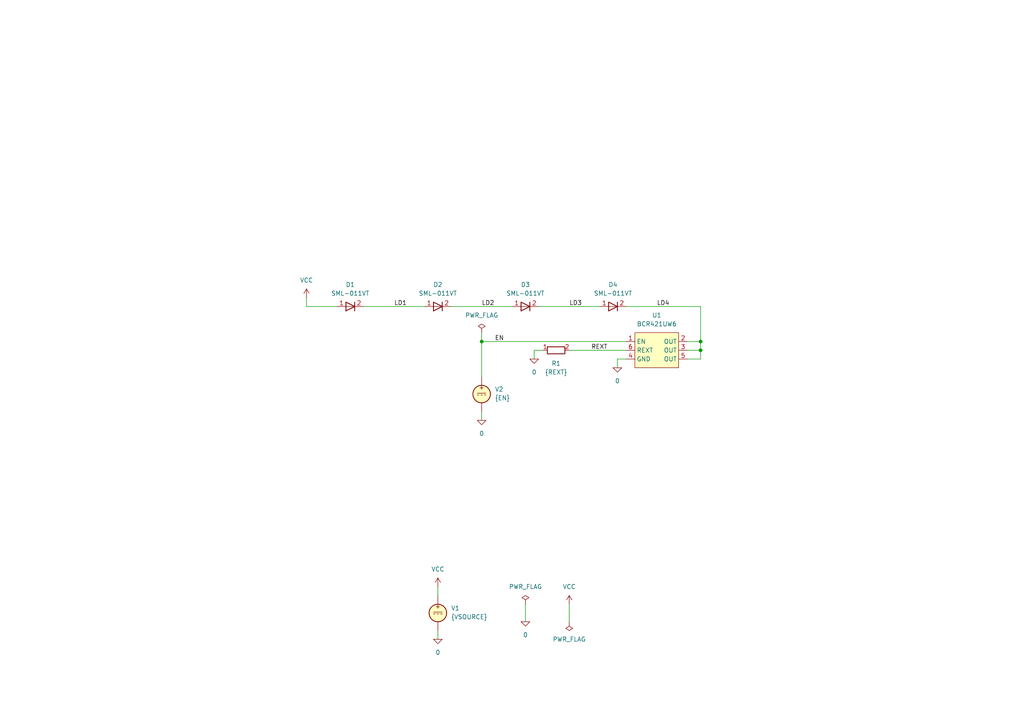
<source format=kicad_sch>
(kicad_sch
	(version 20250114)
	(generator "eeschema")
	(generator_version "9.0")
	(uuid "deaf8180-6dfc-4dc7-91fe-014d2dc4b8f4")
	(paper "A4")
	(title_block
		(title "10mA-350mA. ADJ LINEAR LED CONSTANT CURRENT REGULATOR")
		(date "2025-04-21")
		(rev "1")
		(company "astroelectronic@")
		(comment 4 "AE01003421")
	)
	(lib_symbols
		(symbol "BCR421UW6:0"
			(power)
			(pin_numbers
				(hide yes)
			)
			(pin_names
				(offset 0)
				(hide yes)
			)
			(exclude_from_sim no)
			(in_bom yes)
			(on_board yes)
			(property "Reference" "#GND"
				(at 0 -5.08 0)
				(effects
					(font
						(size 1.27 1.27)
					)
					(hide yes)
				)
			)
			(property "Value" "0"
				(at 0 -2.54 0)
				(effects
					(font
						(size 1.27 1.27)
					)
				)
			)
			(property "Footprint" ""
				(at 0 0 0)
				(effects
					(font
						(size 1.27 1.27)
					)
					(hide yes)
				)
			)
			(property "Datasheet" "https://ngspice.sourceforge.io/docs/ngspice-html-manual/manual.xhtml#subsec_Circuit_elements__device"
				(at 0 -10.16 0)
				(effects
					(font
						(size 1.27 1.27)
					)
					(hide yes)
				)
			)
			(property "Description" "0V reference potential for simulation"
				(at 0 -7.62 0)
				(effects
					(font
						(size 1.27 1.27)
					)
					(hide yes)
				)
			)
			(property "ki_keywords" "simulation"
				(at 0 0 0)
				(effects
					(font
						(size 1.27 1.27)
					)
					(hide yes)
				)
			)
			(symbol "0_0_1"
				(polyline
					(pts
						(xy -1.27 0) (xy 0 -1.27) (xy 1.27 0) (xy -1.27 0)
					)
					(stroke
						(width 0)
						(type default)
					)
					(fill
						(type none)
					)
				)
			)
			(symbol "0_1_1"
				(pin power_in line
					(at 0 0 0)
					(length 0)
					(name "~"
						(effects
							(font
								(size 1.016 1.016)
							)
						)
					)
					(number "1"
						(effects
							(font
								(size 1.016 1.016)
							)
						)
					)
				)
			)
			(embedded_fonts no)
		)
		(symbol "BCR421UW6:BCR421UW6"
			(exclude_from_sim no)
			(in_bom yes)
			(on_board yes)
			(property "Reference" "U"
				(at 0 7.874 0)
				(effects
					(font
						(size 1.27 1.27)
					)
				)
			)
			(property "Value" "BCR421UW6"
				(at 0 6.096 0)
				(effects
					(font
						(size 1.27 1.27)
					)
				)
			)
			(property "Footprint" ""
				(at 0 0 0)
				(effects
					(font
						(size 1.27 1.27)
					)
					(hide yes)
				)
			)
			(property "Datasheet" ""
				(at 0 0 0)
				(effects
					(font
						(size 1.27 1.27)
					)
					(hide yes)
				)
			)
			(property "Description" ""
				(at 0 0 0)
				(effects
					(font
						(size 1.27 1.27)
					)
					(hide yes)
				)
			)
			(symbol "BCR421UW6_1_1"
				(rectangle
					(start -6.35 5.08)
					(end 6.35 -5.08)
					(stroke
						(width 0)
						(type solid)
					)
					(fill
						(type background)
					)
				)
				(pin passive line
					(at -8.89 2.54 0)
					(length 2.54)
					(name "EN"
						(effects
							(font
								(size 1.27 1.27)
							)
						)
					)
					(number "1"
						(effects
							(font
								(size 1.27 1.27)
							)
						)
					)
				)
				(pin passive line
					(at -8.89 0 0)
					(length 2.54)
					(name "REXT"
						(effects
							(font
								(size 1.27 1.27)
							)
						)
					)
					(number "6"
						(effects
							(font
								(size 1.27 1.27)
							)
						)
					)
				)
				(pin passive line
					(at -8.89 -2.54 0)
					(length 2.54)
					(name "GND"
						(effects
							(font
								(size 1.27 1.27)
							)
						)
					)
					(number "4"
						(effects
							(font
								(size 1.27 1.27)
							)
						)
					)
				)
				(pin passive line
					(at 8.89 2.54 180)
					(length 2.54)
					(name "OUT"
						(effects
							(font
								(size 1.27 1.27)
							)
						)
					)
					(number "2"
						(effects
							(font
								(size 1.27 1.27)
							)
						)
					)
				)
				(pin passive line
					(at 8.89 0 180)
					(length 2.54)
					(name "OUT"
						(effects
							(font
								(size 1.27 1.27)
							)
						)
					)
					(number "3"
						(effects
							(font
								(size 1.27 1.27)
							)
						)
					)
				)
				(pin passive line
					(at 8.89 -2.54 180)
					(length 2.54)
					(name "OUT"
						(effects
							(font
								(size 1.27 1.27)
							)
						)
					)
					(number "5"
						(effects
							(font
								(size 1.27 1.27)
							)
						)
					)
				)
			)
			(embedded_fonts no)
		)
		(symbol "BCR421UW6:PWR_FLAG"
			(power)
			(pin_numbers
				(hide yes)
			)
			(pin_names
				(offset 0)
				(hide yes)
			)
			(exclude_from_sim no)
			(in_bom yes)
			(on_board yes)
			(property "Reference" "#FLG"
				(at 0 1.905 0)
				(effects
					(font
						(size 1.27 1.27)
					)
					(hide yes)
				)
			)
			(property "Value" "PWR_FLAG"
				(at 0 3.81 0)
				(effects
					(font
						(size 1.27 1.27)
					)
				)
			)
			(property "Footprint" ""
				(at 0 0 0)
				(effects
					(font
						(size 1.27 1.27)
					)
					(hide yes)
				)
			)
			(property "Datasheet" "~"
				(at 0 0 0)
				(effects
					(font
						(size 1.27 1.27)
					)
					(hide yes)
				)
			)
			(property "Description" "Special symbol for telling ERC where power comes from"
				(at 0 0 0)
				(effects
					(font
						(size 1.27 1.27)
					)
					(hide yes)
				)
			)
			(property "ki_keywords" "flag power"
				(at 0 0 0)
				(effects
					(font
						(size 1.27 1.27)
					)
					(hide yes)
				)
			)
			(symbol "PWR_FLAG_0_0"
				(pin power_out line
					(at 0 0 90)
					(length 0)
					(name "~"
						(effects
							(font
								(size 1.27 1.27)
							)
						)
					)
					(number "1"
						(effects
							(font
								(size 1.27 1.27)
							)
						)
					)
				)
			)
			(symbol "PWR_FLAG_0_1"
				(polyline
					(pts
						(xy 0 0) (xy 0 1.27) (xy -1.016 1.905) (xy 0 2.54) (xy 1.016 1.905) (xy 0 1.27)
					)
					(stroke
						(width 0)
						(type default)
					)
					(fill
						(type none)
					)
				)
			)
			(embedded_fonts no)
		)
		(symbol "BCR421UW6:R"
			(pin_names
				(offset 0)
				(hide yes)
			)
			(exclude_from_sim no)
			(in_bom yes)
			(on_board yes)
			(property "Reference" "R"
				(at 2.032 0 90)
				(effects
					(font
						(size 1.27 1.27)
					)
				)
			)
			(property "Value" "R"
				(at 0 0 90)
				(effects
					(font
						(size 1.27 1.27)
					)
				)
			)
			(property "Footprint" ""
				(at -1.778 0 90)
				(effects
					(font
						(size 1.27 1.27)
					)
					(hide yes)
				)
			)
			(property "Datasheet" "~"
				(at 0 0 0)
				(effects
					(font
						(size 1.27 1.27)
					)
					(hide yes)
				)
			)
			(property "Description" "Resistor"
				(at 0 0 0)
				(effects
					(font
						(size 1.27 1.27)
					)
					(hide yes)
				)
			)
			(property "ki_keywords" "R res resistor"
				(at 0 0 0)
				(effects
					(font
						(size 1.27 1.27)
					)
					(hide yes)
				)
			)
			(property "ki_fp_filters" "R_*"
				(at 0 0 0)
				(effects
					(font
						(size 1.27 1.27)
					)
					(hide yes)
				)
			)
			(symbol "R_0_1"
				(rectangle
					(start -1.016 -2.54)
					(end 1.016 2.54)
					(stroke
						(width 0.254)
						(type default)
					)
					(fill
						(type none)
					)
				)
			)
			(symbol "R_1_1"
				(pin passive line
					(at 0 3.81 270)
					(length 1.27)
					(name "~"
						(effects
							(font
								(size 1.27 1.27)
							)
						)
					)
					(number "1"
						(effects
							(font
								(size 1.27 1.27)
							)
						)
					)
				)
				(pin passive line
					(at 0 -3.81 90)
					(length 1.27)
					(name "~"
						(effects
							(font
								(size 1.27 1.27)
							)
						)
					)
					(number "2"
						(effects
							(font
								(size 1.27 1.27)
							)
						)
					)
				)
			)
			(embedded_fonts no)
		)
		(symbol "BCR421UW6:SML-011VT"
			(pin_names
				(offset 1.016)
				(hide yes)
			)
			(exclude_from_sim no)
			(in_bom yes)
			(on_board yes)
			(property "Reference" "D"
				(at 0 2.54 0)
				(effects
					(font
						(size 1.27 1.27)
					)
				)
			)
			(property "Value" "SML-011VT"
				(at 0 -2.54 0)
				(effects
					(font
						(size 1.27 1.27)
					)
				)
			)
			(property "Footprint" ""
				(at 0 0 0)
				(effects
					(font
						(size 1.27 1.27)
					)
					(hide yes)
				)
			)
			(property "Datasheet" "~"
				(at 0 0 0)
				(effects
					(font
						(size 1.27 1.27)
					)
					(hide yes)
				)
			)
			(property "Description" ""
				(at 0 0 0)
				(effects
					(font
						(size 1.27 1.27)
					)
					(hide yes)
				)
			)
			(property "ki_keywords" "simulation"
				(at 0 0 0)
				(effects
					(font
						(size 1.27 1.27)
					)
					(hide yes)
				)
			)
			(property "ki_fp_filters" "TO-???* *_Diode_* *SingleDiode* D_*"
				(at 0 0 0)
				(effects
					(font
						(size 1.27 1.27)
					)
					(hide yes)
				)
			)
			(symbol "SML-011VT_0_1"
				(polyline
					(pts
						(xy -1.27 1.27) (xy -1.27 -1.27)
					)
					(stroke
						(width 0.254)
						(type default)
					)
					(fill
						(type none)
					)
				)
				(polyline
					(pts
						(xy 1.27 1.27) (xy 1.27 -1.27) (xy -1.27 0) (xy 1.27 1.27)
					)
					(stroke
						(width 0.254)
						(type default)
					)
					(fill
						(type none)
					)
				)
				(polyline
					(pts
						(xy 1.27 0) (xy -1.27 0)
					)
					(stroke
						(width 0)
						(type default)
					)
					(fill
						(type none)
					)
				)
			)
			(symbol "SML-011VT_1_1"
				(pin passive line
					(at -3.81 0 0)
					(length 2.54)
					(name "K"
						(effects
							(font
								(size 1.27 1.27)
							)
						)
					)
					(number "2"
						(effects
							(font
								(size 1.27 1.27)
							)
						)
					)
				)
				(pin passive line
					(at 3.81 0 180)
					(length 2.54)
					(name "A"
						(effects
							(font
								(size 1.27 1.27)
							)
						)
					)
					(number "1"
						(effects
							(font
								(size 1.27 1.27)
							)
						)
					)
				)
			)
			(embedded_fonts no)
		)
		(symbol "BCR421UW6:VCC"
			(power)
			(pin_numbers
				(hide yes)
			)
			(pin_names
				(offset 0)
				(hide yes)
			)
			(exclude_from_sim no)
			(in_bom yes)
			(on_board yes)
			(property "Reference" "#PWR"
				(at 0 -3.81 0)
				(effects
					(font
						(size 1.27 1.27)
					)
					(hide yes)
				)
			)
			(property "Value" "VCC"
				(at 0 3.556 0)
				(effects
					(font
						(size 1.27 1.27)
					)
				)
			)
			(property "Footprint" ""
				(at 0 0 0)
				(effects
					(font
						(size 1.27 1.27)
					)
					(hide yes)
				)
			)
			(property "Datasheet" ""
				(at 0 0 0)
				(effects
					(font
						(size 1.27 1.27)
					)
					(hide yes)
				)
			)
			(property "Description" "Power symbol creates a global label with name \"VCC\""
				(at 0 0 0)
				(effects
					(font
						(size 1.27 1.27)
					)
					(hide yes)
				)
			)
			(property "ki_keywords" "global power"
				(at 0 0 0)
				(effects
					(font
						(size 1.27 1.27)
					)
					(hide yes)
				)
			)
			(symbol "VCC_0_1"
				(polyline
					(pts
						(xy -0.762 1.27) (xy 0 2.54)
					)
					(stroke
						(width 0)
						(type default)
					)
					(fill
						(type none)
					)
				)
				(polyline
					(pts
						(xy 0 2.54) (xy 0.762 1.27)
					)
					(stroke
						(width 0)
						(type default)
					)
					(fill
						(type none)
					)
				)
				(polyline
					(pts
						(xy 0 0) (xy 0 2.54)
					)
					(stroke
						(width 0)
						(type default)
					)
					(fill
						(type none)
					)
				)
			)
			(symbol "VCC_1_1"
				(pin power_in line
					(at 0 0 90)
					(length 0)
					(name "~"
						(effects
							(font
								(size 1.27 1.27)
							)
						)
					)
					(number "1"
						(effects
							(font
								(size 1.27 1.27)
							)
						)
					)
				)
			)
			(embedded_fonts no)
		)
		(symbol "BCR421UW6:VDC"
			(pin_numbers
				(hide yes)
			)
			(pin_names
				(offset 0.0254)
			)
			(exclude_from_sim no)
			(in_bom yes)
			(on_board yes)
			(property "Reference" "V"
				(at 2.54 2.54 0)
				(effects
					(font
						(size 1.27 1.27)
					)
					(justify left)
				)
			)
			(property "Value" "1"
				(at 2.54 0 0)
				(effects
					(font
						(size 1.27 1.27)
					)
					(justify left)
				)
			)
			(property "Footprint" ""
				(at 0 0 0)
				(effects
					(font
						(size 1.27 1.27)
					)
					(hide yes)
				)
			)
			(property "Datasheet" "https://ngspice.sourceforge.io/docs/ngspice-html-manual/manual.xhtml#sec_Independent_Sources_for"
				(at 0 0 0)
				(effects
					(font
						(size 1.27 1.27)
					)
					(hide yes)
				)
			)
			(property "Description" "Voltage source, DC"
				(at 0 0 0)
				(effects
					(font
						(size 1.27 1.27)
					)
					(hide yes)
				)
			)
			(property "Sim.Pins" "1=+ 2=-"
				(at 0 0 0)
				(effects
					(font
						(size 1.27 1.27)
					)
					(hide yes)
				)
			)
			(property "Sim.Type" "DC"
				(at 0 0 0)
				(effects
					(font
						(size 1.27 1.27)
					)
					(hide yes)
				)
			)
			(property "Sim.Device" "V"
				(at 0 0 0)
				(effects
					(font
						(size 1.27 1.27)
					)
					(justify left)
					(hide yes)
				)
			)
			(property "ki_keywords" "simulation"
				(at 0 0 0)
				(effects
					(font
						(size 1.27 1.27)
					)
					(hide yes)
				)
			)
			(symbol "VDC_0_0"
				(polyline
					(pts
						(xy -1.27 0.254) (xy 1.27 0.254)
					)
					(stroke
						(width 0)
						(type default)
					)
					(fill
						(type none)
					)
				)
				(polyline
					(pts
						(xy -0.762 -0.254) (xy -1.27 -0.254)
					)
					(stroke
						(width 0)
						(type default)
					)
					(fill
						(type none)
					)
				)
				(polyline
					(pts
						(xy 0.254 -0.254) (xy -0.254 -0.254)
					)
					(stroke
						(width 0)
						(type default)
					)
					(fill
						(type none)
					)
				)
				(polyline
					(pts
						(xy 1.27 -0.254) (xy 0.762 -0.254)
					)
					(stroke
						(width 0)
						(type default)
					)
					(fill
						(type none)
					)
				)
				(text "+"
					(at 0 1.905 0)
					(effects
						(font
							(size 1.27 1.27)
						)
					)
				)
			)
			(symbol "VDC_0_1"
				(circle
					(center 0 0)
					(radius 2.54)
					(stroke
						(width 0.254)
						(type default)
					)
					(fill
						(type background)
					)
				)
			)
			(symbol "VDC_1_1"
				(pin passive line
					(at 0 5.08 270)
					(length 2.54)
					(name "~"
						(effects
							(font
								(size 1.27 1.27)
							)
						)
					)
					(number "1"
						(effects
							(font
								(size 1.27 1.27)
							)
						)
					)
				)
				(pin passive line
					(at 0 -5.08 90)
					(length 2.54)
					(name "~"
						(effects
							(font
								(size 1.27 1.27)
							)
						)
					)
					(number "2"
						(effects
							(font
								(size 1.27 1.27)
							)
						)
					)
				)
			)
			(embedded_fonts no)
		)
	)
	(junction
		(at 203.2 101.6)
		(diameter 0)
		(color 0 0 0 0)
		(uuid "05dd1299-b6e4-4029-a9c5-c5abf2ccc0be")
	)
	(junction
		(at 203.2 99.06)
		(diameter 0)
		(color 0 0 0 0)
		(uuid "63db204b-8c34-4f99-a650-7dca69195dec")
	)
	(junction
		(at 139.7 99.06)
		(diameter 0)
		(color 0 0 0 0)
		(uuid "aa3b8100-2fa5-422c-aab6-6703ecceb0cd")
	)
	(wire
		(pts
			(xy 105.41 88.9) (xy 123.19 88.9)
		)
		(stroke
			(width 0)
			(type default)
		)
		(uuid "0045ae00-be29-4f8c-b763-3d913c5ee56b")
	)
	(wire
		(pts
			(xy 154.94 101.6) (xy 154.94 104.14)
		)
		(stroke
			(width 0)
			(type default)
		)
		(uuid "0d1b15e2-2e6a-4a43-8e57-0bf04e0894bd")
	)
	(wire
		(pts
			(xy 97.79 88.9) (xy 88.9 88.9)
		)
		(stroke
			(width 0)
			(type default)
		)
		(uuid "11c5f196-65d5-4536-93de-998303a66b68")
	)
	(wire
		(pts
			(xy 181.61 88.9) (xy 203.2 88.9)
		)
		(stroke
			(width 0)
			(type default)
		)
		(uuid "19a14faa-9304-472b-bf84-f30f40526cbb")
	)
	(wire
		(pts
			(xy 139.7 99.06) (xy 181.61 99.06)
		)
		(stroke
			(width 0)
			(type default)
		)
		(uuid "19ac6d1f-09c8-476c-b4dd-7cd25421cb7f")
	)
	(wire
		(pts
			(xy 165.1 175.26) (xy 165.1 180.34)
		)
		(stroke
			(width 0)
			(type default)
		)
		(uuid "5ddf2b08-dd6f-4b13-b5e6-59ae9ab557fd")
	)
	(wire
		(pts
			(xy 157.48 101.6) (xy 154.94 101.6)
		)
		(stroke
			(width 0)
			(type default)
		)
		(uuid "6a14b02d-1968-4f46-bde6-1cb13687b77c")
	)
	(wire
		(pts
			(xy 199.39 99.06) (xy 203.2 99.06)
		)
		(stroke
			(width 0)
			(type default)
		)
		(uuid "7114506d-0872-4856-b465-26a0517c72f1")
	)
	(wire
		(pts
			(xy 127 170.18) (xy 127 172.72)
		)
		(stroke
			(width 0)
			(type default)
		)
		(uuid "7e5f4f58-a61e-4a9c-9b86-9e5365fa8424")
	)
	(wire
		(pts
			(xy 88.9 86.36) (xy 88.9 88.9)
		)
		(stroke
			(width 0)
			(type default)
		)
		(uuid "818f433e-1f23-417c-b71f-2c3d61141b81")
	)
	(wire
		(pts
			(xy 152.4 175.26) (xy 152.4 180.34)
		)
		(stroke
			(width 0)
			(type default)
		)
		(uuid "84634e00-f19d-425e-b23e-0dbd21fdadb6")
	)
	(wire
		(pts
			(xy 165.1 101.6) (xy 181.61 101.6)
		)
		(stroke
			(width 0)
			(type default)
		)
		(uuid "8fa7a4f6-6aeb-4eed-b25e-8f3f0dd86edd")
	)
	(wire
		(pts
			(xy 181.61 104.14) (xy 179.07 104.14)
		)
		(stroke
			(width 0)
			(type default)
		)
		(uuid "9a7aea48-d316-4f4c-b1cf-dae2d3b550e8")
	)
	(wire
		(pts
			(xy 179.07 104.14) (xy 179.07 106.68)
		)
		(stroke
			(width 0)
			(type default)
		)
		(uuid "9ac4a7a1-40f9-404e-b747-c2813a62ceae")
	)
	(wire
		(pts
			(xy 199.39 101.6) (xy 203.2 101.6)
		)
		(stroke
			(width 0)
			(type default)
		)
		(uuid "adb07e87-f205-4d10-aba4-ffd090b6aeec")
	)
	(wire
		(pts
			(xy 127 182.88) (xy 127 185.42)
		)
		(stroke
			(width 0)
			(type default)
		)
		(uuid "b1dc1240-8261-4e75-9e9f-ecc0b1441cda")
	)
	(wire
		(pts
			(xy 139.7 119.38) (xy 139.7 121.92)
		)
		(stroke
			(width 0)
			(type default)
		)
		(uuid "b6e778e8-5797-47e7-9082-8a038bbdd0db")
	)
	(wire
		(pts
			(xy 139.7 96.52) (xy 139.7 99.06)
		)
		(stroke
			(width 0)
			(type default)
		)
		(uuid "b7144f71-554c-4db1-89b5-427c58be4750")
	)
	(wire
		(pts
			(xy 203.2 104.14) (xy 203.2 101.6)
		)
		(stroke
			(width 0)
			(type default)
		)
		(uuid "cdbd3cb0-439e-4312-928e-091267ffc005")
	)
	(wire
		(pts
			(xy 139.7 99.06) (xy 139.7 109.22)
		)
		(stroke
			(width 0)
			(type default)
		)
		(uuid "ceedca44-65b8-42fa-9423-b0ccfe51a2a0")
	)
	(wire
		(pts
			(xy 130.81 88.9) (xy 148.59 88.9)
		)
		(stroke
			(width 0)
			(type default)
		)
		(uuid "d9154603-d6ea-4c88-9a74-3d13bc0b8f09")
	)
	(wire
		(pts
			(xy 203.2 101.6) (xy 203.2 99.06)
		)
		(stroke
			(width 0)
			(type default)
		)
		(uuid "e1230c8d-0745-45bd-b995-b94dc8371a7b")
	)
	(wire
		(pts
			(xy 199.39 104.14) (xy 203.2 104.14)
		)
		(stroke
			(width 0)
			(type default)
		)
		(uuid "e4aac80a-d285-4860-b8f7-361bad426f05")
	)
	(wire
		(pts
			(xy 156.21 88.9) (xy 173.99 88.9)
		)
		(stroke
			(width 0)
			(type default)
		)
		(uuid "ed8d5672-14d2-4fa0-a0fc-25002a2fdf7d")
	)
	(wire
		(pts
			(xy 203.2 99.06) (xy 203.2 88.9)
		)
		(stroke
			(width 0)
			(type default)
		)
		(uuid "f17ca2b4-7c39-48c8-a483-03d698905705")
	)
	(label "EN"
		(at 143.51 99.06 0)
		(effects
			(font
				(size 1.27 1.27)
			)
			(justify left bottom)
		)
		(uuid "14a13fa4-50c1-4765-b345-9591f2ed41c6")
	)
	(label "REXT"
		(at 171.45 101.6 0)
		(effects
			(font
				(size 1.27 1.27)
			)
			(justify left bottom)
		)
		(uuid "79ae42c4-54c0-4280-a709-e279040f271b")
	)
	(label "LD4"
		(at 190.5 88.9 0)
		(effects
			(font
				(size 1.27 1.27)
			)
			(justify left bottom)
		)
		(uuid "807c38ab-575a-4835-9339-16661e1e6bbc")
	)
	(label "LD1"
		(at 114.3 88.9 0)
		(effects
			(font
				(size 1.27 1.27)
			)
			(justify left bottom)
		)
		(uuid "9e32c34c-9a8d-41ca-8cd5-10de514d2e7c")
	)
	(label "LD2"
		(at 139.7 88.9 0)
		(effects
			(font
				(size 1.27 1.27)
			)
			(justify left bottom)
		)
		(uuid "aa88023b-4a05-450e-9f69-971f2d9de7fd")
	)
	(label "LD3"
		(at 165.1 88.9 0)
		(effects
			(font
				(size 1.27 1.27)
			)
			(justify left bottom)
		)
		(uuid "f553e671-6c65-40f6-a811-63680fed282b")
	)
	(symbol
		(lib_id "BCR421UW6:SML-011VT")
		(at 101.6 88.9 180)
		(unit 1)
		(exclude_from_sim no)
		(in_bom yes)
		(on_board yes)
		(dnp no)
		(fields_autoplaced yes)
		(uuid "102ea5fc-8713-4cc6-9aad-b286529b475c")
		(property "Reference" "D1"
			(at 101.6 82.55 0)
			(effects
				(font
					(size 1.27 1.27)
				)
			)
		)
		(property "Value" "SML-011VT"
			(at 101.6 85.09 0)
			(effects
				(font
					(size 1.27 1.27)
				)
			)
		)
		(property "Footprint" ""
			(at 101.6 88.9 0)
			(effects
				(font
					(size 1.27 1.27)
				)
				(hide yes)
			)
		)
		(property "Datasheet" "~"
			(at 101.6 88.9 0)
			(effects
				(font
					(size 1.27 1.27)
				)
				(hide yes)
			)
		)
		(property "Description" ""
			(at 101.6 88.9 0)
			(effects
				(font
					(size 1.27 1.27)
				)
				(hide yes)
			)
		)
		(property "Sim.Library" "SML-011VT_SPICE.lib"
			(at 101.6 88.9 0)
			(effects
				(font
					(size 1.27 1.27)
				)
				(hide yes)
			)
		)
		(property "Sim.Name" "SML-011VT"
			(at 101.6 88.9 0)
			(effects
				(font
					(size 1.27 1.27)
				)
				(hide yes)
			)
		)
		(property "Sim.Device" "D"
			(at 101.6 88.9 0)
			(effects
				(font
					(size 1.27 1.27)
				)
				(hide yes)
			)
		)
		(property "Sim.Pins" "1=A 2=K"
			(at 101.6 88.9 0)
			(effects
				(font
					(size 1.27 1.27)
				)
				(hide yes)
			)
		)
		(pin "2"
			(uuid "48bf2f1e-c8df-45cb-b11c-aa0b6d9152cb")
		)
		(pin "1"
			(uuid "059305b6-a0e8-40c5-be35-273e5f6bf2ce")
		)
		(instances
			(project ""
				(path "/deaf8180-6dfc-4dc7-91fe-014d2dc4b8f4"
					(reference "D1")
					(unit 1)
				)
			)
		)
	)
	(symbol
		(lib_id "BCR421UW6:SML-011VT")
		(at 152.4 88.9 180)
		(unit 1)
		(exclude_from_sim no)
		(in_bom yes)
		(on_board yes)
		(dnp no)
		(fields_autoplaced yes)
		(uuid "260aeb15-fa1d-403e-83b3-de1b0f4bc764")
		(property "Reference" "D3"
			(at 152.4 82.55 0)
			(effects
				(font
					(size 1.27 1.27)
				)
			)
		)
		(property "Value" "SML-011VT"
			(at 152.4 85.09 0)
			(effects
				(font
					(size 1.27 1.27)
				)
			)
		)
		(property "Footprint" ""
			(at 152.4 88.9 0)
			(effects
				(font
					(size 1.27 1.27)
				)
				(hide yes)
			)
		)
		(property "Datasheet" "~"
			(at 152.4 88.9 0)
			(effects
				(font
					(size 1.27 1.27)
				)
				(hide yes)
			)
		)
		(property "Description" ""
			(at 152.4 88.9 0)
			(effects
				(font
					(size 1.27 1.27)
				)
				(hide yes)
			)
		)
		(property "Sim.Library" "SML-011VT_SPICE.lib"
			(at 152.4 88.9 0)
			(effects
				(font
					(size 1.27 1.27)
				)
				(hide yes)
			)
		)
		(property "Sim.Name" "SML-011VT"
			(at 152.4 88.9 0)
			(effects
				(font
					(size 1.27 1.27)
				)
				(hide yes)
			)
		)
		(property "Sim.Device" "D"
			(at 152.4 88.9 0)
			(effects
				(font
					(size 1.27 1.27)
				)
				(hide yes)
			)
		)
		(property "Sim.Pins" "1=A 2=K"
			(at 152.4 88.9 0)
			(effects
				(font
					(size 1.27 1.27)
				)
				(hide yes)
			)
		)
		(pin "2"
			(uuid "941d8554-908f-4d18-85df-9622bf396595")
		)
		(pin "1"
			(uuid "05008b31-4c88-439a-96f2-7848c1c3a013")
		)
		(instances
			(project "BCR421UW6"
				(path "/deaf8180-6dfc-4dc7-91fe-014d2dc4b8f4"
					(reference "D3")
					(unit 1)
				)
			)
		)
	)
	(symbol
		(lib_id "BCR421UW6:SML-011VT")
		(at 177.8 88.9 180)
		(unit 1)
		(exclude_from_sim no)
		(in_bom yes)
		(on_board yes)
		(dnp no)
		(fields_autoplaced yes)
		(uuid "432aa677-1a63-4c66-8710-9c69b8975d34")
		(property "Reference" "D4"
			(at 177.8 82.55 0)
			(effects
				(font
					(size 1.27 1.27)
				)
			)
		)
		(property "Value" "SML-011VT"
			(at 177.8 85.09 0)
			(effects
				(font
					(size 1.27 1.27)
				)
			)
		)
		(property "Footprint" ""
			(at 177.8 88.9 0)
			(effects
				(font
					(size 1.27 1.27)
				)
				(hide yes)
			)
		)
		(property "Datasheet" "~"
			(at 177.8 88.9 0)
			(effects
				(font
					(size 1.27 1.27)
				)
				(hide yes)
			)
		)
		(property "Description" ""
			(at 177.8 88.9 0)
			(effects
				(font
					(size 1.27 1.27)
				)
				(hide yes)
			)
		)
		(property "Sim.Library" "SML-011VT_SPICE.lib"
			(at 177.8 88.9 0)
			(effects
				(font
					(size 1.27 1.27)
				)
				(hide yes)
			)
		)
		(property "Sim.Name" "SML-011VT"
			(at 177.8 88.9 0)
			(effects
				(font
					(size 1.27 1.27)
				)
				(hide yes)
			)
		)
		(property "Sim.Device" "D"
			(at 177.8 88.9 0)
			(effects
				(font
					(size 1.27 1.27)
				)
				(hide yes)
			)
		)
		(property "Sim.Pins" "1=A 2=K"
			(at 177.8 88.9 0)
			(effects
				(font
					(size 1.27 1.27)
				)
				(hide yes)
			)
		)
		(pin "2"
			(uuid "6b76d574-52a2-4069-b509-156970e4ba88")
		)
		(pin "1"
			(uuid "60dd1333-298c-48cc-a994-4e7a64d782d9")
		)
		(instances
			(project "BCR421UW6"
				(path "/deaf8180-6dfc-4dc7-91fe-014d2dc4b8f4"
					(reference "D4")
					(unit 1)
				)
			)
		)
	)
	(symbol
		(lib_id "BCR421UW6:0")
		(at 179.07 106.68 0)
		(unit 1)
		(exclude_from_sim no)
		(in_bom yes)
		(on_board yes)
		(dnp no)
		(fields_autoplaced yes)
		(uuid "4cd99204-46a6-493c-8118-5e06582e5c6b")
		(property "Reference" "#GND01"
			(at 179.07 111.76 0)
			(effects
				(font
					(size 1.27 1.27)
				)
				(hide yes)
			)
		)
		(property "Value" "0"
			(at 179.07 110.49 0)
			(effects
				(font
					(size 1.27 1.27)
				)
			)
		)
		(property "Footprint" ""
			(at 179.07 106.68 0)
			(effects
				(font
					(size 1.27 1.27)
				)
				(hide yes)
			)
		)
		(property "Datasheet" "https://ngspice.sourceforge.io/docs/ngspice-html-manual/manual.xhtml#subsec_Circuit_elements__device"
			(at 179.07 116.84 0)
			(effects
				(font
					(size 1.27 1.27)
				)
				(hide yes)
			)
		)
		(property "Description" "0V reference potential for simulation"
			(at 179.07 114.3 0)
			(effects
				(font
					(size 1.27 1.27)
				)
				(hide yes)
			)
		)
		(pin "1"
			(uuid "75fc2091-eed2-45e7-8b5d-0fedd4b9ef87")
		)
		(instances
			(project ""
				(path "/deaf8180-6dfc-4dc7-91fe-014d2dc4b8f4"
					(reference "#GND01")
					(unit 1)
				)
			)
		)
	)
	(symbol
		(lib_id "BCR421UW6:PWR_FLAG")
		(at 139.7 96.52 0)
		(unit 1)
		(exclude_from_sim no)
		(in_bom yes)
		(on_board yes)
		(dnp no)
		(fields_autoplaced yes)
		(uuid "5681aa54-99ce-4a42-809e-763f3840b99b")
		(property "Reference" "#FLG03"
			(at 139.7 94.615 0)
			(effects
				(font
					(size 1.27 1.27)
				)
				(hide yes)
			)
		)
		(property "Value" "PWR_FLAG"
			(at 139.7 91.44 0)
			(effects
				(font
					(size 1.27 1.27)
				)
			)
		)
		(property "Footprint" ""
			(at 139.7 96.52 0)
			(effects
				(font
					(size 1.27 1.27)
				)
				(hide yes)
			)
		)
		(property "Datasheet" "~"
			(at 139.7 96.52 0)
			(effects
				(font
					(size 1.27 1.27)
				)
				(hide yes)
			)
		)
		(property "Description" "Special symbol for telling ERC where power comes from"
			(at 139.7 96.52 0)
			(effects
				(font
					(size 1.27 1.27)
				)
				(hide yes)
			)
		)
		(pin "1"
			(uuid "c7837ab1-a6b1-423c-9575-cca50a3a8d0e")
		)
		(instances
			(project "BCR421UW6"
				(path "/deaf8180-6dfc-4dc7-91fe-014d2dc4b8f4"
					(reference "#FLG03")
					(unit 1)
				)
			)
		)
	)
	(symbol
		(lib_id "BCR421UW6:VCC")
		(at 127 170.18 0)
		(unit 1)
		(exclude_from_sim no)
		(in_bom yes)
		(on_board yes)
		(dnp no)
		(fields_autoplaced yes)
		(uuid "5884e887-8915-4d9a-b8ab-ccaed72e9ed2")
		(property "Reference" "#PWR02"
			(at 127 173.99 0)
			(effects
				(font
					(size 1.27 1.27)
				)
				(hide yes)
			)
		)
		(property "Value" "VCC"
			(at 127 165.1 0)
			(effects
				(font
					(size 1.27 1.27)
				)
			)
		)
		(property "Footprint" ""
			(at 127 170.18 0)
			(effects
				(font
					(size 1.27 1.27)
				)
				(hide yes)
			)
		)
		(property "Datasheet" ""
			(at 127 170.18 0)
			(effects
				(font
					(size 1.27 1.27)
				)
				(hide yes)
			)
		)
		(property "Description" "Power symbol creates a global label with name \"VCC\""
			(at 127 170.18 0)
			(effects
				(font
					(size 1.27 1.27)
				)
				(hide yes)
			)
		)
		(pin "1"
			(uuid "6c8fa977-5356-4414-bcb8-b9c066a4fc57")
		)
		(instances
			(project "BCR421UW6"
				(path "/deaf8180-6dfc-4dc7-91fe-014d2dc4b8f4"
					(reference "#PWR02")
					(unit 1)
				)
			)
		)
	)
	(symbol
		(lib_id "BCR421UW6:0")
		(at 152.4 180.34 0)
		(unit 1)
		(exclude_from_sim no)
		(in_bom yes)
		(on_board yes)
		(dnp no)
		(fields_autoplaced yes)
		(uuid "58bf272d-9299-48bc-8dc6-e3db984d2f07")
		(property "Reference" "#GND03"
			(at 152.4 185.42 0)
			(effects
				(font
					(size 1.27 1.27)
				)
				(hide yes)
			)
		)
		(property "Value" "0"
			(at 152.4 184.15 0)
			(effects
				(font
					(size 1.27 1.27)
				)
			)
		)
		(property "Footprint" ""
			(at 152.4 180.34 0)
			(effects
				(font
					(size 1.27 1.27)
				)
				(hide yes)
			)
		)
		(property "Datasheet" "https://ngspice.sourceforge.io/docs/ngspice-html-manual/manual.xhtml#subsec_Circuit_elements__device"
			(at 152.4 190.5 0)
			(effects
				(font
					(size 1.27 1.27)
				)
				(hide yes)
			)
		)
		(property "Description" "0V reference potential for simulation"
			(at 152.4 187.96 0)
			(effects
				(font
					(size 1.27 1.27)
				)
				(hide yes)
			)
		)
		(pin "1"
			(uuid "0fbe008d-ca7d-463d-9e67-4a35d4be24cc")
		)
		(instances
			(project "BCR421UW6"
				(path "/deaf8180-6dfc-4dc7-91fe-014d2dc4b8f4"
					(reference "#GND03")
					(unit 1)
				)
			)
		)
	)
	(symbol
		(lib_id "BCR421UW6:VDC")
		(at 127 177.8 0)
		(unit 1)
		(exclude_from_sim no)
		(in_bom yes)
		(on_board yes)
		(dnp no)
		(fields_autoplaced yes)
		(uuid "662d02cf-5583-4624-81ee-7a036f032d5e")
		(property "Reference" "V1"
			(at 130.81 176.4001 0)
			(effects
				(font
					(size 1.27 1.27)
				)
				(justify left)
			)
		)
		(property "Value" "{VSOURCE}"
			(at 130.81 178.9401 0)
			(effects
				(font
					(size 1.27 1.27)
				)
				(justify left)
			)
		)
		(property "Footprint" ""
			(at 127 177.8 0)
			(effects
				(font
					(size 1.27 1.27)
				)
				(hide yes)
			)
		)
		(property "Datasheet" "https://ngspice.sourceforge.io/docs/ngspice-html-manual/manual.xhtml#sec_Independent_Sources_for"
			(at 127 177.8 0)
			(effects
				(font
					(size 1.27 1.27)
				)
				(hide yes)
			)
		)
		(property "Description" "Voltage source, DC"
			(at 127 177.8 0)
			(effects
				(font
					(size 1.27 1.27)
				)
				(hide yes)
			)
		)
		(property "Sim.Pins" "1=+ 2=-"
			(at 127 177.8 0)
			(effects
				(font
					(size 1.27 1.27)
				)
				(hide yes)
			)
		)
		(property "Sim.Type" "DC"
			(at 127 177.8 0)
			(effects
				(font
					(size 1.27 1.27)
				)
				(hide yes)
			)
		)
		(property "Sim.Device" "V"
			(at 127 177.8 0)
			(effects
				(font
					(size 1.27 1.27)
				)
				(justify left)
				(hide yes)
			)
		)
		(pin "2"
			(uuid "f3c33e9e-c520-4cf7-aa4b-1edf6c19496a")
		)
		(pin "1"
			(uuid "6ced12bd-5ada-4ae8-9583-cfabe2a65f6f")
		)
		(instances
			(project ""
				(path "/deaf8180-6dfc-4dc7-91fe-014d2dc4b8f4"
					(reference "V1")
					(unit 1)
				)
			)
		)
	)
	(symbol
		(lib_id "BCR421UW6:PWR_FLAG")
		(at 152.4 175.26 0)
		(unit 1)
		(exclude_from_sim no)
		(in_bom yes)
		(on_board yes)
		(dnp no)
		(fields_autoplaced yes)
		(uuid "6df5d3b0-d63c-4e6f-8c28-f00c1f5c470f")
		(property "Reference" "#FLG01"
			(at 152.4 173.355 0)
			(effects
				(font
					(size 1.27 1.27)
				)
				(hide yes)
			)
		)
		(property "Value" "PWR_FLAG"
			(at 152.4 170.18 0)
			(effects
				(font
					(size 1.27 1.27)
				)
			)
		)
		(property "Footprint" ""
			(at 152.4 175.26 0)
			(effects
				(font
					(size 1.27 1.27)
				)
				(hide yes)
			)
		)
		(property "Datasheet" "~"
			(at 152.4 175.26 0)
			(effects
				(font
					(size 1.27 1.27)
				)
				(hide yes)
			)
		)
		(property "Description" "Special symbol for telling ERC where power comes from"
			(at 152.4 175.26 0)
			(effects
				(font
					(size 1.27 1.27)
				)
				(hide yes)
			)
		)
		(pin "1"
			(uuid "b7bd4994-ec4c-4eec-bd08-59db4a8e87a6")
		)
		(instances
			(project ""
				(path "/deaf8180-6dfc-4dc7-91fe-014d2dc4b8f4"
					(reference "#FLG01")
					(unit 1)
				)
			)
		)
	)
	(symbol
		(lib_id "BCR421UW6:0")
		(at 127 185.42 0)
		(unit 1)
		(exclude_from_sim no)
		(in_bom yes)
		(on_board yes)
		(dnp no)
		(fields_autoplaced yes)
		(uuid "72fb1e88-3e13-4c68-82b8-8148fff72325")
		(property "Reference" "#GND02"
			(at 127 190.5 0)
			(effects
				(font
					(size 1.27 1.27)
				)
				(hide yes)
			)
		)
		(property "Value" "0"
			(at 127 189.23 0)
			(effects
				(font
					(size 1.27 1.27)
				)
			)
		)
		(property "Footprint" ""
			(at 127 185.42 0)
			(effects
				(font
					(size 1.27 1.27)
				)
				(hide yes)
			)
		)
		(property "Datasheet" "https://ngspice.sourceforge.io/docs/ngspice-html-manual/manual.xhtml#subsec_Circuit_elements__device"
			(at 127 195.58 0)
			(effects
				(font
					(size 1.27 1.27)
				)
				(hide yes)
			)
		)
		(property "Description" "0V reference potential for simulation"
			(at 127 193.04 0)
			(effects
				(font
					(size 1.27 1.27)
				)
				(hide yes)
			)
		)
		(pin "1"
			(uuid "417b9d3e-fd6e-46d8-b610-1a1622b2c464")
		)
		(instances
			(project "BCR421UW6"
				(path "/deaf8180-6dfc-4dc7-91fe-014d2dc4b8f4"
					(reference "#GND02")
					(unit 1)
				)
			)
		)
	)
	(symbol
		(lib_id "BCR421UW6:0")
		(at 139.7 121.92 0)
		(unit 1)
		(exclude_from_sim no)
		(in_bom yes)
		(on_board yes)
		(dnp no)
		(fields_autoplaced yes)
		(uuid "758d4941-5eb5-409e-aa2f-141003374bfe")
		(property "Reference" "#GND05"
			(at 139.7 127 0)
			(effects
				(font
					(size 1.27 1.27)
				)
				(hide yes)
			)
		)
		(property "Value" "0"
			(at 139.7 125.73 0)
			(effects
				(font
					(size 1.27 1.27)
				)
			)
		)
		(property "Footprint" ""
			(at 139.7 121.92 0)
			(effects
				(font
					(size 1.27 1.27)
				)
				(hide yes)
			)
		)
		(property "Datasheet" "https://ngspice.sourceforge.io/docs/ngspice-html-manual/manual.xhtml#subsec_Circuit_elements__device"
			(at 139.7 132.08 0)
			(effects
				(font
					(size 1.27 1.27)
				)
				(hide yes)
			)
		)
		(property "Description" "0V reference potential for simulation"
			(at 139.7 129.54 0)
			(effects
				(font
					(size 1.27 1.27)
				)
				(hide yes)
			)
		)
		(pin "1"
			(uuid "b56d04f7-4701-4bc3-8ce5-37eb7533dbaa")
		)
		(instances
			(project "BCR421UW6"
				(path "/deaf8180-6dfc-4dc7-91fe-014d2dc4b8f4"
					(reference "#GND05")
					(unit 1)
				)
			)
		)
	)
	(symbol
		(lib_id "BCR421UW6:SML-011VT")
		(at 127 88.9 180)
		(unit 1)
		(exclude_from_sim no)
		(in_bom yes)
		(on_board yes)
		(dnp no)
		(fields_autoplaced yes)
		(uuid "82df2333-c5f4-497d-b5f6-5577d4602c23")
		(property "Reference" "D2"
			(at 127 82.55 0)
			(effects
				(font
					(size 1.27 1.27)
				)
			)
		)
		(property "Value" "SML-011VT"
			(at 127 85.09 0)
			(effects
				(font
					(size 1.27 1.27)
				)
			)
		)
		(property "Footprint" ""
			(at 127 88.9 0)
			(effects
				(font
					(size 1.27 1.27)
				)
				(hide yes)
			)
		)
		(property "Datasheet" "~"
			(at 127 88.9 0)
			(effects
				(font
					(size 1.27 1.27)
				)
				(hide yes)
			)
		)
		(property "Description" ""
			(at 127 88.9 0)
			(effects
				(font
					(size 1.27 1.27)
				)
				(hide yes)
			)
		)
		(property "Sim.Library" "SML-011VT_SPICE.lib"
			(at 127 88.9 0)
			(effects
				(font
					(size 1.27 1.27)
				)
				(hide yes)
			)
		)
		(property "Sim.Name" "SML-011VT"
			(at 127 88.9 0)
			(effects
				(font
					(size 1.27 1.27)
				)
				(hide yes)
			)
		)
		(property "Sim.Device" "D"
			(at 127 88.9 0)
			(effects
				(font
					(size 1.27 1.27)
				)
				(hide yes)
			)
		)
		(property "Sim.Pins" "1=A 2=K"
			(at 127 88.9 0)
			(effects
				(font
					(size 1.27 1.27)
				)
				(hide yes)
			)
		)
		(pin "2"
			(uuid "43b95d90-1628-46b4-8a95-6d17a1bca991")
		)
		(pin "1"
			(uuid "de5b8934-c49b-40a6-8af3-88f59a773de4")
		)
		(instances
			(project "BCR421UW6"
				(path "/deaf8180-6dfc-4dc7-91fe-014d2dc4b8f4"
					(reference "D2")
					(unit 1)
				)
			)
		)
	)
	(symbol
		(lib_id "BCR421UW6:PWR_FLAG")
		(at 165.1 180.34 180)
		(unit 1)
		(exclude_from_sim no)
		(in_bom yes)
		(on_board yes)
		(dnp no)
		(fields_autoplaced yes)
		(uuid "91443023-f367-4058-a1b9-f3fd59563dce")
		(property "Reference" "#FLG02"
			(at 165.1 182.245 0)
			(effects
				(font
					(size 1.27 1.27)
				)
				(hide yes)
			)
		)
		(property "Value" "PWR_FLAG"
			(at 165.1 185.42 0)
			(effects
				(font
					(size 1.27 1.27)
				)
			)
		)
		(property "Footprint" ""
			(at 165.1 180.34 0)
			(effects
				(font
					(size 1.27 1.27)
				)
				(hide yes)
			)
		)
		(property "Datasheet" "~"
			(at 165.1 180.34 0)
			(effects
				(font
					(size 1.27 1.27)
				)
				(hide yes)
			)
		)
		(property "Description" "Special symbol for telling ERC where power comes from"
			(at 165.1 180.34 0)
			(effects
				(font
					(size 1.27 1.27)
				)
				(hide yes)
			)
		)
		(pin "1"
			(uuid "7d2449de-1ba3-4a7e-ad88-b6d1534262d5")
		)
		(instances
			(project ""
				(path "/deaf8180-6dfc-4dc7-91fe-014d2dc4b8f4"
					(reference "#FLG02")
					(unit 1)
				)
			)
		)
	)
	(symbol
		(lib_id "BCR421UW6:0")
		(at 154.94 104.14 0)
		(unit 1)
		(exclude_from_sim no)
		(in_bom yes)
		(on_board yes)
		(dnp no)
		(fields_autoplaced yes)
		(uuid "979549fd-6e02-40ea-8399-065342291727")
		(property "Reference" "#GND04"
			(at 154.94 109.22 0)
			(effects
				(font
					(size 1.27 1.27)
				)
				(hide yes)
			)
		)
		(property "Value" "0"
			(at 154.94 107.95 0)
			(effects
				(font
					(size 1.27 1.27)
				)
			)
		)
		(property "Footprint" ""
			(at 154.94 104.14 0)
			(effects
				(font
					(size 1.27 1.27)
				)
				(hide yes)
			)
		)
		(property "Datasheet" "https://ngspice.sourceforge.io/docs/ngspice-html-manual/manual.xhtml#subsec_Circuit_elements__device"
			(at 154.94 114.3 0)
			(effects
				(font
					(size 1.27 1.27)
				)
				(hide yes)
			)
		)
		(property "Description" "0V reference potential for simulation"
			(at 154.94 111.76 0)
			(effects
				(font
					(size 1.27 1.27)
				)
				(hide yes)
			)
		)
		(pin "1"
			(uuid "628dcad0-4425-4e85-afc5-900fe7827180")
		)
		(instances
			(project "BCR421UW6"
				(path "/deaf8180-6dfc-4dc7-91fe-014d2dc4b8f4"
					(reference "#GND04")
					(unit 1)
				)
			)
		)
	)
	(symbol
		(lib_id "BCR421UW6:R")
		(at 161.29 101.6 90)
		(unit 1)
		(exclude_from_sim no)
		(in_bom yes)
		(on_board yes)
		(dnp no)
		(fields_autoplaced yes)
		(uuid "b0fde32f-b4fb-422a-b872-69e76a76bf5b")
		(property "Reference" "R1"
			(at 161.29 105.41 90)
			(effects
				(font
					(size 1.27 1.27)
				)
			)
		)
		(property "Value" "{REXT}"
			(at 161.29 107.95 90)
			(effects
				(font
					(size 1.27 1.27)
				)
			)
		)
		(property "Footprint" ""
			(at 161.29 103.378 90)
			(effects
				(font
					(size 1.27 1.27)
				)
				(hide yes)
			)
		)
		(property "Datasheet" "~"
			(at 161.29 101.6 0)
			(effects
				(font
					(size 1.27 1.27)
				)
				(hide yes)
			)
		)
		(property "Description" "Resistor"
			(at 161.29 101.6 0)
			(effects
				(font
					(size 1.27 1.27)
				)
				(hide yes)
			)
		)
		(pin "1"
			(uuid "b5d61b41-9818-4181-9252-191871688120")
		)
		(pin "2"
			(uuid "26b17b94-b50c-442a-a5ae-57c92d6606ff")
		)
		(instances
			(project ""
				(path "/deaf8180-6dfc-4dc7-91fe-014d2dc4b8f4"
					(reference "R1")
					(unit 1)
				)
			)
		)
	)
	(symbol
		(lib_id "BCR421UW6:VCC")
		(at 165.1 175.26 0)
		(unit 1)
		(exclude_from_sim no)
		(in_bom yes)
		(on_board yes)
		(dnp no)
		(fields_autoplaced yes)
		(uuid "d9ee7fdd-d90b-4473-86ca-270e8989bcea")
		(property "Reference" "#PWR03"
			(at 165.1 179.07 0)
			(effects
				(font
					(size 1.27 1.27)
				)
				(hide yes)
			)
		)
		(property "Value" "VCC"
			(at 165.1 170.18 0)
			(effects
				(font
					(size 1.27 1.27)
				)
			)
		)
		(property "Footprint" ""
			(at 165.1 175.26 0)
			(effects
				(font
					(size 1.27 1.27)
				)
				(hide yes)
			)
		)
		(property "Datasheet" ""
			(at 165.1 175.26 0)
			(effects
				(font
					(size 1.27 1.27)
				)
				(hide yes)
			)
		)
		(property "Description" "Power symbol creates a global label with name \"VCC\""
			(at 165.1 175.26 0)
			(effects
				(font
					(size 1.27 1.27)
				)
				(hide yes)
			)
		)
		(pin "1"
			(uuid "a80628fa-7d20-4c77-b474-18f9dd6f05cd")
		)
		(instances
			(project "BCR421UW6"
				(path "/deaf8180-6dfc-4dc7-91fe-014d2dc4b8f4"
					(reference "#PWR03")
					(unit 1)
				)
			)
		)
	)
	(symbol
		(lib_id "BCR421UW6:VCC")
		(at 88.9 86.36 0)
		(unit 1)
		(exclude_from_sim no)
		(in_bom yes)
		(on_board yes)
		(dnp no)
		(fields_autoplaced yes)
		(uuid "eb527090-7e39-4dc6-be95-e62b49b9545b")
		(property "Reference" "#PWR01"
			(at 88.9 90.17 0)
			(effects
				(font
					(size 1.27 1.27)
				)
				(hide yes)
			)
		)
		(property "Value" "VCC"
			(at 88.9 81.28 0)
			(effects
				(font
					(size 1.27 1.27)
				)
			)
		)
		(property "Footprint" ""
			(at 88.9 86.36 0)
			(effects
				(font
					(size 1.27 1.27)
				)
				(hide yes)
			)
		)
		(property "Datasheet" ""
			(at 88.9 86.36 0)
			(effects
				(font
					(size 1.27 1.27)
				)
				(hide yes)
			)
		)
		(property "Description" "Power symbol creates a global label with name \"VCC\""
			(at 88.9 86.36 0)
			(effects
				(font
					(size 1.27 1.27)
				)
				(hide yes)
			)
		)
		(pin "1"
			(uuid "5c2b1994-4b93-434d-ab2c-c1f57e7e18f5")
		)
		(instances
			(project ""
				(path "/deaf8180-6dfc-4dc7-91fe-014d2dc4b8f4"
					(reference "#PWR01")
					(unit 1)
				)
			)
		)
	)
	(symbol
		(lib_id "BCR421UW6:BCR421UW6")
		(at 190.5 101.6 0)
		(unit 1)
		(exclude_from_sim no)
		(in_bom yes)
		(on_board yes)
		(dnp no)
		(fields_autoplaced yes)
		(uuid "f78c8acc-536c-4cf0-a013-ad4fa69e2bf4")
		(property "Reference" "U1"
			(at 190.5 91.44 0)
			(effects
				(font
					(size 1.27 1.27)
				)
			)
		)
		(property "Value" "BCR421UW6"
			(at 190.5 93.98 0)
			(effects
				(font
					(size 1.27 1.27)
				)
			)
		)
		(property "Footprint" ""
			(at 190.5 101.6 0)
			(effects
				(font
					(size 1.27 1.27)
				)
				(hide yes)
			)
		)
		(property "Datasheet" ""
			(at 190.5 101.6 0)
			(effects
				(font
					(size 1.27 1.27)
				)
				(hide yes)
			)
		)
		(property "Description" ""
			(at 190.5 101.6 0)
			(effects
				(font
					(size 1.27 1.27)
				)
				(hide yes)
			)
		)
		(property "Sim.Library" "BCR421UW6.spice.txt"
			(at 190.5 101.6 0)
			(effects
				(font
					(size 1.27 1.27)
				)
				(hide yes)
			)
		)
		(property "Sim.Name" "BCR421UW6"
			(at 190.5 101.6 0)
			(effects
				(font
					(size 1.27 1.27)
				)
				(hide yes)
			)
		)
		(property "Sim.Device" "SUBCKT"
			(at 190.5 101.6 0)
			(effects
				(font
					(size 1.27 1.27)
				)
				(hide yes)
			)
		)
		(property "Sim.Pins" "1=1 2=2 3=3 4=4 5=5 6=6"
			(at 190.5 101.6 0)
			(effects
				(font
					(size 1.27 1.27)
				)
				(hide yes)
			)
		)
		(pin "2"
			(uuid "cdcd5e57-daad-4d3d-a420-e1e9f61bc8ab")
		)
		(pin "1"
			(uuid "87d90ab9-0e7e-4df3-804e-c99f8dfe31db")
		)
		(pin "4"
			(uuid "ce5d7574-abb1-40ce-bb74-939d2ee9763c")
		)
		(pin "6"
			(uuid "f2f3f565-fe94-405f-860b-9987469c5306")
		)
		(pin "5"
			(uuid "b73bc3fd-e955-487f-8ed7-6583ca878590")
		)
		(pin "3"
			(uuid "493962c1-854a-40c1-b471-79abb7b36e81")
		)
		(instances
			(project ""
				(path "/deaf8180-6dfc-4dc7-91fe-014d2dc4b8f4"
					(reference "U1")
					(unit 1)
				)
			)
		)
	)
	(symbol
		(lib_id "BCR421UW6:VDC")
		(at 139.7 114.3 0)
		(unit 1)
		(exclude_from_sim no)
		(in_bom yes)
		(on_board yes)
		(dnp no)
		(fields_autoplaced yes)
		(uuid "f8bce66f-e4a6-4b96-b6b5-3c3898f8e4f7")
		(property "Reference" "V2"
			(at 143.51 112.9001 0)
			(effects
				(font
					(size 1.27 1.27)
				)
				(justify left)
			)
		)
		(property "Value" "{EN}"
			(at 143.51 115.4401 0)
			(effects
				(font
					(size 1.27 1.27)
				)
				(justify left)
			)
		)
		(property "Footprint" ""
			(at 139.7 114.3 0)
			(effects
				(font
					(size 1.27 1.27)
				)
				(hide yes)
			)
		)
		(property "Datasheet" "https://ngspice.sourceforge.io/docs/ngspice-html-manual/manual.xhtml#sec_Independent_Sources_for"
			(at 139.7 114.3 0)
			(effects
				(font
					(size 1.27 1.27)
				)
				(hide yes)
			)
		)
		(property "Description" "Voltage source, DC"
			(at 139.7 114.3 0)
			(effects
				(font
					(size 1.27 1.27)
				)
				(hide yes)
			)
		)
		(property "Sim.Pins" "1=+ 2=-"
			(at 139.7 114.3 0)
			(effects
				(font
					(size 1.27 1.27)
				)
				(hide yes)
			)
		)
		(property "Sim.Type" "DC"
			(at 139.7 114.3 0)
			(effects
				(font
					(size 1.27 1.27)
				)
				(hide yes)
			)
		)
		(property "Sim.Device" "V"
			(at 139.7 114.3 0)
			(effects
				(font
					(size 1.27 1.27)
				)
				(justify left)
				(hide yes)
			)
		)
		(pin "2"
			(uuid "2babf3fa-572b-4745-95e0-77f4f64f1adb")
		)
		(pin "1"
			(uuid "571e74c0-b227-4f89-987c-6183d7b9d86f")
		)
		(instances
			(project "BCR421UW6"
				(path "/deaf8180-6dfc-4dc7-91fe-014d2dc4b8f4"
					(reference "V2")
					(unit 1)
				)
			)
		)
	)
	(sheet_instances
		(path "/"
			(page "1")
		)
	)
	(embedded_fonts no)
)

</source>
